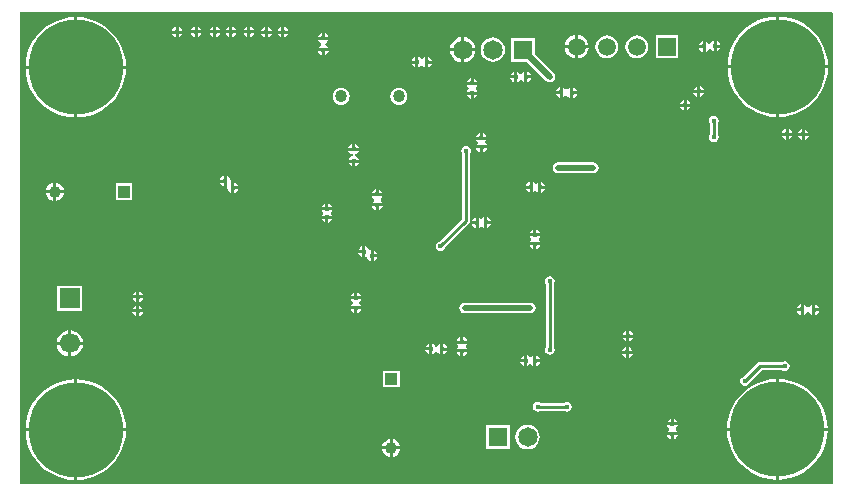
<source format=gbl>
G04*
G04 #@! TF.GenerationSoftware,Altium Limited,Altium Designer,18.0.7 (293)*
G04*
G04 Layer_Physical_Order=2*
G04 Layer_Color=16711680*
%FSLAX25Y25*%
%MOIN*%
G70*
G01*
G75*
%ADD70C,0.01000*%
%ADD72C,0.01968*%
%ADD76R,0.06496X0.06496*%
%ADD77C,0.06496*%
%ADD78C,0.03969*%
%ADD79R,0.03969X0.03969*%
%ADD80R,0.03969X0.03969*%
%ADD81C,0.05906*%
%ADD82R,0.05906X0.05906*%
%ADD83C,0.31496*%
%ADD84C,0.04055*%
%ADD85C,0.06693*%
%ADD86R,0.06693X0.06693*%
%ADD87C,0.01575*%
G36*
X270866Y157166D02*
Y39D01*
X0D01*
Y157480D01*
X270513Y157520D01*
X270866Y157166D01*
D02*
G37*
%LPC*%
G36*
X76681Y152550D02*
Y151327D01*
X77904D01*
X77865Y151524D01*
X77470Y152115D01*
X76878Y152510D01*
X76681Y152550D01*
D02*
G37*
G36*
X75681D02*
X75484Y152510D01*
X74892Y152115D01*
X74497Y151524D01*
X74458Y151327D01*
X75681D01*
Y152550D01*
D02*
G37*
G36*
X70697D02*
Y151327D01*
X71920D01*
X71881Y151524D01*
X71486Y152115D01*
X70894Y152510D01*
X70697Y152550D01*
D02*
G37*
G36*
X69697D02*
X69499Y152510D01*
X68908Y152115D01*
X68513Y151524D01*
X68474Y151327D01*
X69697D01*
Y152550D01*
D02*
G37*
G36*
X65303D02*
Y151327D01*
X66526D01*
X66487Y151524D01*
X66092Y152115D01*
X65501Y152510D01*
X65303Y152550D01*
D02*
G37*
G36*
X64303D02*
X64106Y152510D01*
X63515Y152115D01*
X63119Y151524D01*
X63080Y151327D01*
X64303D01*
Y152550D01*
D02*
G37*
G36*
X59083D02*
Y151327D01*
X60306D01*
X60266Y151524D01*
X59871Y152115D01*
X59280Y152510D01*
X59083Y152550D01*
D02*
G37*
G36*
X58083D02*
X57885Y152510D01*
X57294Y152115D01*
X56899Y151524D01*
X56860Y151327D01*
X58083D01*
Y152550D01*
D02*
G37*
G36*
X82547Y152471D02*
Y151248D01*
X83770D01*
X83731Y151445D01*
X83336Y152037D01*
X82745Y152432D01*
X82547Y152471D01*
D02*
G37*
G36*
X81547D02*
X81350Y152432D01*
X80759Y152037D01*
X80364Y151445D01*
X80324Y151248D01*
X81547D01*
Y152471D01*
D02*
G37*
G36*
X52744D02*
Y151248D01*
X53967D01*
X53928Y151445D01*
X53533Y152037D01*
X52942Y152432D01*
X52744Y152471D01*
D02*
G37*
G36*
X51744D02*
X51547Y152432D01*
X50955Y152037D01*
X50560Y151445D01*
X50521Y151248D01*
X51744D01*
Y152471D01*
D02*
G37*
G36*
X88059Y152432D02*
Y151209D01*
X89282D01*
X89243Y151406D01*
X88848Y151997D01*
X88257Y152392D01*
X88059Y152432D01*
D02*
G37*
G36*
X87059D02*
X86862Y152392D01*
X86270Y151997D01*
X85875Y151406D01*
X85836Y151209D01*
X87059D01*
Y152432D01*
D02*
G37*
G36*
X101524Y150463D02*
Y149240D01*
X102747D01*
X102707Y149438D01*
X102312Y150029D01*
X101721Y150424D01*
X101524Y150463D01*
D02*
G37*
G36*
X100524D02*
X100326Y150424D01*
X99735Y150029D01*
X99340Y149438D01*
X99301Y149240D01*
X100524D01*
Y150463D01*
D02*
G37*
G36*
X77904Y150327D02*
X76681D01*
Y149104D01*
X76878Y149143D01*
X77470Y149538D01*
X77865Y150129D01*
X77904Y150327D01*
D02*
G37*
G36*
X75681D02*
X74458D01*
X74497Y150129D01*
X74892Y149538D01*
X75484Y149143D01*
X75681Y149104D01*
Y150327D01*
D02*
G37*
G36*
X71920D02*
X70697D01*
Y149104D01*
X70894Y149143D01*
X71486Y149538D01*
X71881Y150129D01*
X71920Y150327D01*
D02*
G37*
G36*
X69697D02*
X68474D01*
X68513Y150129D01*
X68908Y149538D01*
X69499Y149143D01*
X69697Y149104D01*
Y150327D01*
D02*
G37*
G36*
X66526D02*
X65303D01*
Y149104D01*
X65501Y149143D01*
X66092Y149538D01*
X66487Y150129D01*
X66526Y150327D01*
D02*
G37*
G36*
X64303D02*
X63080D01*
X63119Y150129D01*
X63515Y149538D01*
X64106Y149143D01*
X64303Y149104D01*
Y150327D01*
D02*
G37*
G36*
X60306D02*
X59083D01*
Y149104D01*
X59280Y149143D01*
X59871Y149538D01*
X60266Y150129D01*
X60306Y150327D01*
D02*
G37*
G36*
X58083D02*
X56860D01*
X56899Y150129D01*
X57294Y149538D01*
X57885Y149143D01*
X58083Y149104D01*
Y150327D01*
D02*
G37*
G36*
X83770Y150248D02*
X82547D01*
Y149025D01*
X82745Y149064D01*
X83336Y149459D01*
X83731Y150051D01*
X83770Y150248D01*
D02*
G37*
G36*
X81547D02*
X80324D01*
X80364Y150051D01*
X80759Y149459D01*
X81350Y149064D01*
X81547Y149025D01*
Y150248D01*
D02*
G37*
G36*
X53967D02*
X52744D01*
Y149025D01*
X52942Y149064D01*
X53533Y149459D01*
X53928Y150051D01*
X53967Y150248D01*
D02*
G37*
G36*
X51744D02*
X50521D01*
X50560Y150051D01*
X50955Y149459D01*
X51547Y149064D01*
X51744Y149025D01*
Y150248D01*
D02*
G37*
G36*
X89282Y150209D02*
X88059D01*
Y148986D01*
X88257Y149025D01*
X88848Y149420D01*
X89243Y150011D01*
X89282Y150209D01*
D02*
G37*
G36*
X87059D02*
X85836D01*
X85875Y150011D01*
X86270Y149420D01*
X86862Y149025D01*
X87059Y148986D01*
Y150209D01*
D02*
G37*
G36*
X231153Y147747D02*
X230956Y147707D01*
X230365Y147312D01*
X230035Y146818D01*
X230029Y146816D01*
X229648Y146785D01*
X229479Y146818D01*
X229202Y147233D01*
X228611Y147629D01*
X228413Y147668D01*
Y145945D01*
Y144222D01*
X228611Y144261D01*
X229202Y144656D01*
X229532Y145150D01*
X229538Y145153D01*
X229919Y145184D01*
X230087Y145150D01*
X230365Y144735D01*
X230956Y144340D01*
X231153Y144301D01*
Y146024D01*
Y147747D01*
D02*
G37*
G36*
X232154D02*
Y146524D01*
X233377D01*
X233337Y146721D01*
X232942Y147312D01*
X232351Y147707D01*
X232154Y147747D01*
D02*
G37*
G36*
X227413Y147668D02*
X227216Y147629D01*
X226625Y147233D01*
X226230Y146642D01*
X226190Y146445D01*
X227413D01*
Y147668D01*
D02*
G37*
G36*
X185972Y149787D02*
Y146366D01*
X189393D01*
X189323Y146898D01*
X188925Y147860D01*
X188292Y148685D01*
X187466Y149319D01*
X186504Y149717D01*
X185972Y149787D01*
D02*
G37*
G36*
X184972D02*
X184441Y149717D01*
X183479Y149319D01*
X182653Y148685D01*
X182020Y147860D01*
X181621Y146898D01*
X181551Y146366D01*
X184972D01*
Y149787D01*
D02*
G37*
G36*
X102747Y148240D02*
X99301D01*
X99340Y148043D01*
X99735Y147451D01*
X100304Y147071D01*
X100326Y146920D01*
Y146702D01*
X100304Y146551D01*
X99735Y146170D01*
X99340Y145579D01*
X99301Y145382D01*
X102747D01*
X102707Y145579D01*
X102312Y146170D01*
X101743Y146551D01*
X101721Y146702D01*
Y146920D01*
X101743Y147071D01*
X102312Y147451D01*
X102707Y148043D01*
X102747Y148240D01*
D02*
G37*
G36*
X147980Y149101D02*
Y145382D01*
X151699D01*
X151619Y145991D01*
X151191Y147024D01*
X150510Y147912D01*
X149623Y148592D01*
X148589Y149021D01*
X147980Y149101D01*
D02*
G37*
G36*
X146980Y149101D02*
X146371Y149021D01*
X145338Y148592D01*
X144451Y147912D01*
X143770Y147024D01*
X143342Y145991D01*
X143261Y145382D01*
X146980D01*
Y149101D01*
D02*
G37*
G36*
X233377Y145524D02*
X232154D01*
Y144301D01*
X232351Y144340D01*
X232942Y144735D01*
X233337Y145326D01*
X233377Y145524D01*
D02*
G37*
G36*
X227413Y145445D02*
X226190D01*
X226230Y145247D01*
X226625Y144656D01*
X227216Y144261D01*
X227413Y144222D01*
Y145445D01*
D02*
G37*
G36*
X102747Y144382D02*
X101524D01*
Y143159D01*
X101721Y143198D01*
X102312Y143593D01*
X102707Y144185D01*
X102747Y144382D01*
D02*
G37*
G36*
X100524D02*
X99301D01*
X99340Y144185D01*
X99735Y143593D01*
X100326Y143198D01*
X100524Y143159D01*
Y144382D01*
D02*
G37*
G36*
X219213Y149606D02*
X211732D01*
Y142126D01*
X219213D01*
Y149606D01*
D02*
G37*
G36*
X205472Y149639D02*
X204496Y149510D01*
X203586Y149133D01*
X202805Y148534D01*
X202205Y147752D01*
X201829Y146843D01*
X201700Y145866D01*
X201829Y144890D01*
X202205Y143980D01*
X202805Y143199D01*
X203586Y142599D01*
X204496Y142222D01*
X205472Y142094D01*
X206449Y142222D01*
X207359Y142599D01*
X208140Y143199D01*
X208739Y143980D01*
X209116Y144890D01*
X209245Y145866D01*
X209116Y146843D01*
X208739Y147752D01*
X208140Y148534D01*
X207359Y149133D01*
X206449Y149510D01*
X205472Y149639D01*
D02*
G37*
G36*
X195472D02*
X194496Y149510D01*
X193586Y149133D01*
X192805Y148534D01*
X192205Y147752D01*
X191829Y146843D01*
X191700Y145866D01*
X191829Y144890D01*
X192205Y143980D01*
X192805Y143199D01*
X193586Y142599D01*
X194496Y142222D01*
X195472Y142094D01*
X196449Y142222D01*
X197359Y142599D01*
X198140Y143199D01*
X198740Y143980D01*
X199116Y144890D01*
X199245Y145866D01*
X199116Y146843D01*
X198740Y147752D01*
X198140Y148534D01*
X197359Y149133D01*
X196449Y149510D01*
X195472Y149639D01*
D02*
G37*
G36*
X189393Y145366D02*
X185972D01*
Y141945D01*
X186504Y142015D01*
X187466Y142413D01*
X188292Y143047D01*
X188925Y143873D01*
X189323Y144834D01*
X189393Y145366D01*
D02*
G37*
G36*
X184972D02*
X181551D01*
X181621Y144834D01*
X182020Y143873D01*
X182653Y143047D01*
X183479Y142413D01*
X184441Y142015D01*
X184972Y141945D01*
Y145366D01*
D02*
G37*
G36*
X131705Y142432D02*
X131507Y142392D01*
X130916Y141997D01*
X130521Y141406D01*
X130482Y141209D01*
X131705D01*
Y142432D01*
D02*
G37*
G36*
X135894Y142392D02*
Y141169D01*
X137117D01*
X137077Y141367D01*
X136682Y141958D01*
X136091Y142353D01*
X135894Y142392D01*
D02*
G37*
G36*
X157480Y148952D02*
X156427Y148813D01*
X155445Y148407D01*
X154602Y147760D01*
X153955Y146917D01*
X153549Y145935D01*
X153410Y144882D01*
X153549Y143828D01*
X153955Y142847D01*
X154602Y142004D01*
X155445Y141357D01*
X156427Y140950D01*
X157480Y140812D01*
X158534Y140950D01*
X159515Y141357D01*
X160358Y142004D01*
X161005Y142847D01*
X161412Y143828D01*
X161551Y144882D01*
X161412Y145935D01*
X161005Y146917D01*
X160358Y147760D01*
X159515Y148407D01*
X158534Y148813D01*
X157480Y148952D01*
D02*
G37*
G36*
X151699Y144382D02*
X147980D01*
Y140663D01*
X148589Y140743D01*
X149623Y141171D01*
X150510Y141852D01*
X151191Y142739D01*
X151619Y143773D01*
X151699Y144382D01*
D02*
G37*
G36*
X146980D02*
X143261D01*
X143342Y143773D01*
X143770Y142739D01*
X144451Y141852D01*
X145338Y141171D01*
X146371Y140743D01*
X146980Y140663D01*
Y144382D01*
D02*
G37*
G36*
X252980Y155924D02*
Y139673D01*
X269232D01*
X269121Y141364D01*
X268692Y143517D01*
X267987Y145596D01*
X267016Y147565D01*
X265796Y149391D01*
X264348Y151041D01*
X262698Y152489D01*
X260872Y153709D01*
X258903Y154680D01*
X256824Y155385D01*
X254671Y155814D01*
X252980Y155924D01*
D02*
G37*
G36*
X251980D02*
X250290Y155814D01*
X248136Y155385D01*
X246057Y154680D01*
X244088Y153709D01*
X242263Y152489D01*
X240612Y151041D01*
X239165Y149391D01*
X237945Y147565D01*
X236974Y145596D01*
X236268Y143517D01*
X235840Y141364D01*
X235729Y139673D01*
X251980D01*
Y155924D01*
D02*
G37*
G36*
X19000Y155771D02*
Y139520D01*
X35251D01*
X35140Y141210D01*
X34712Y143364D01*
X34006Y145443D01*
X33035Y147412D01*
X31816Y149237D01*
X30368Y150888D01*
X28717Y152335D01*
X26892Y153555D01*
X24923Y154526D01*
X22844Y155232D01*
X20691Y155660D01*
X19000Y155771D01*
D02*
G37*
G36*
X18000D02*
X16309Y155660D01*
X14156Y155232D01*
X12077Y154526D01*
X10108Y153555D01*
X8283Y152335D01*
X6632Y150888D01*
X5184Y149237D01*
X3965Y147412D01*
X2994Y145443D01*
X2288Y143364D01*
X1860Y141210D01*
X1749Y139520D01*
X18000D01*
Y155771D01*
D02*
G37*
G36*
X131705Y140209D02*
X130482D01*
X130521Y140011D01*
X130916Y139420D01*
X131507Y139025D01*
X131705Y138986D01*
Y140209D01*
D02*
G37*
G36*
X137117Y140169D02*
X135894D01*
Y138946D01*
X136091Y138986D01*
X136682Y139381D01*
X137077Y139972D01*
X137117Y140169D01*
D02*
G37*
G36*
X132705Y142432D02*
Y140709D01*
Y138986D01*
X132902Y139025D01*
X133493Y139420D01*
X133536Y139484D01*
X134036D01*
X134105Y139381D01*
X134696Y138986D01*
X134894Y138946D01*
Y140669D01*
Y142392D01*
X134696Y142353D01*
X134105Y141958D01*
X134062Y141894D01*
X133562D01*
X133493Y141997D01*
X132902Y142392D01*
X132705Y142432D01*
D02*
G37*
G36*
X167965Y137510D02*
X167767Y137471D01*
X167176Y137076D01*
X167072Y136921D01*
X166471D01*
X166367Y137076D01*
X165776Y137471D01*
X165579Y137510D01*
Y135787D01*
Y134064D01*
X165776Y134104D01*
X166367Y134499D01*
X166471Y134654D01*
X167072D01*
X167176Y134499D01*
X167767Y134104D01*
X167965Y134064D01*
Y135787D01*
Y137510D01*
D02*
G37*
G36*
X168965D02*
Y136287D01*
X170187D01*
X170148Y136485D01*
X169753Y137076D01*
X169162Y137471D01*
X168965Y137510D01*
D02*
G37*
G36*
X164579D02*
X164381Y137471D01*
X163790Y137076D01*
X163395Y136485D01*
X163356Y136287D01*
X164579D01*
Y137510D01*
D02*
G37*
G36*
X151169Y135345D02*
Y134122D01*
X152392D01*
X152353Y134319D01*
X151958Y134911D01*
X151367Y135306D01*
X151169Y135345D01*
D02*
G37*
G36*
X150169D02*
X149972Y135306D01*
X149381Y134911D01*
X148986Y134319D01*
X148946Y134122D01*
X150169D01*
Y135345D01*
D02*
G37*
G36*
X170187Y135287D02*
X168965D01*
Y134064D01*
X169162Y134104D01*
X169753Y134499D01*
X170148Y135090D01*
X170187Y135287D01*
D02*
G37*
G36*
X164579D02*
X163356D01*
X163395Y135090D01*
X163790Y134499D01*
X164381Y134104D01*
X164579Y134064D01*
Y135287D01*
D02*
G37*
G36*
X171516Y148917D02*
X163445D01*
Y140847D01*
X168961D01*
X175258Y134549D01*
X175844Y134158D01*
X176535Y134020D01*
X177227Y134158D01*
X177813Y134549D01*
X178204Y135135D01*
X178342Y135827D01*
X178204Y136518D01*
X177813Y137104D01*
X171516Y143401D01*
Y148917D01*
D02*
G37*
G36*
X226602Y132668D02*
Y131445D01*
X227825D01*
X227786Y131642D01*
X227391Y132234D01*
X226800Y132629D01*
X226602Y132668D01*
D02*
G37*
G36*
X225602D02*
X225405Y132629D01*
X224814Y132234D01*
X224419Y131642D01*
X224379Y131445D01*
X225602D01*
Y132668D01*
D02*
G37*
G36*
X179854Y132353D02*
X179657Y132314D01*
X179066Y131919D01*
X178671Y131327D01*
X178631Y131130D01*
X179854D01*
Y132353D01*
D02*
G37*
G36*
X184358Y132274D02*
Y131051D01*
X185581D01*
X185542Y131249D01*
X185147Y131840D01*
X184556Y132235D01*
X184358Y132274D01*
D02*
G37*
G36*
X152392Y133122D02*
X148946D01*
X148986Y132925D01*
X149381Y132333D01*
X149553Y132219D01*
Y131719D01*
X149381Y131604D01*
X148986Y131012D01*
X148946Y130815D01*
X152392D01*
X152353Y131012D01*
X151958Y131604D01*
X151786Y131719D01*
Y132219D01*
X151958Y132333D01*
X152353Y132925D01*
X152392Y133122D01*
D02*
G37*
G36*
X227825Y130445D02*
X226602D01*
Y129222D01*
X226800Y129261D01*
X227391Y129656D01*
X227786Y130247D01*
X227825Y130445D01*
D02*
G37*
G36*
X225602D02*
X224379D01*
X224419Y130247D01*
X224814Y129656D01*
X225405Y129261D01*
X225602Y129222D01*
Y130445D01*
D02*
G37*
G36*
X179854Y130130D02*
X178631D01*
X178671Y129932D01*
X179066Y129341D01*
X179657Y128946D01*
X179854Y128907D01*
Y130130D01*
D02*
G37*
G36*
X185581Y130051D02*
X184358D01*
Y128828D01*
X184556Y128867D01*
X185147Y129262D01*
X185542Y129854D01*
X185581Y130051D01*
D02*
G37*
G36*
X180854Y132353D02*
Y130630D01*
Y128907D01*
X181052Y128946D01*
X181643Y129341D01*
X181779Y129545D01*
X182381D01*
X182570Y129262D01*
X183161Y128867D01*
X183358Y128828D01*
Y130551D01*
Y132274D01*
X183161Y132235D01*
X182570Y131840D01*
X182433Y131636D01*
X181832D01*
X181643Y131919D01*
X181052Y132314D01*
X180854Y132353D01*
D02*
G37*
G36*
X152392Y129815D02*
X151169D01*
Y128592D01*
X151367Y128631D01*
X151958Y129026D01*
X152353Y129618D01*
X152392Y129815D01*
D02*
G37*
G36*
X150169D02*
X148946D01*
X148986Y129618D01*
X149381Y129026D01*
X149972Y128631D01*
X150169Y128592D01*
Y129815D01*
D02*
G37*
G36*
X222193Y128062D02*
Y126839D01*
X223416D01*
X223377Y127036D01*
X222982Y127627D01*
X222390Y128022D01*
X222193Y128062D01*
D02*
G37*
G36*
X221193D02*
X220995Y128022D01*
X220404Y127627D01*
X220009Y127036D01*
X219970Y126839D01*
X221193D01*
Y128062D01*
D02*
G37*
G36*
X126181Y132170D02*
X125446Y132073D01*
X124761Y131790D01*
X124173Y131338D01*
X123722Y130750D01*
X123439Y130066D01*
X123342Y129331D01*
X123439Y128596D01*
X123722Y127911D01*
X124173Y127323D01*
X124761Y126872D01*
X125446Y126588D01*
X126181Y126491D01*
X126916Y126588D01*
X127601Y126872D01*
X128189Y127323D01*
X128640Y127911D01*
X128924Y128596D01*
X129020Y129331D01*
X128924Y130066D01*
X128640Y130750D01*
X128189Y131338D01*
X127601Y131790D01*
X126916Y132073D01*
X126181Y132170D01*
D02*
G37*
G36*
X106968D02*
X106234Y132073D01*
X105549Y131790D01*
X104961Y131338D01*
X104510Y130750D01*
X104226Y130066D01*
X104129Y129331D01*
X104226Y128596D01*
X104510Y127911D01*
X104961Y127323D01*
X105549Y126872D01*
X106234Y126588D01*
X106968Y126491D01*
X107703Y126588D01*
X108388Y126872D01*
X108976Y127323D01*
X109427Y127911D01*
X109711Y128596D01*
X109808Y129331D01*
X109711Y130066D01*
X109427Y130750D01*
X108976Y131338D01*
X108388Y131790D01*
X107703Y132073D01*
X106968Y132170D01*
D02*
G37*
G36*
X223416Y125839D02*
X222193D01*
Y124616D01*
X222390Y124655D01*
X222982Y125050D01*
X223377Y125641D01*
X223416Y125839D01*
D02*
G37*
G36*
X221193D02*
X219970D01*
X220009Y125641D01*
X220404Y125050D01*
X220995Y124655D01*
X221193Y124616D01*
Y125839D01*
D02*
G37*
G36*
X269232Y138673D02*
X252980D01*
Y122422D01*
X254671Y122533D01*
X256824Y122961D01*
X258903Y123667D01*
X260872Y124638D01*
X262698Y125858D01*
X264348Y127305D01*
X265796Y128956D01*
X267016Y130781D01*
X267987Y132750D01*
X268692Y134829D01*
X269121Y136983D01*
X269232Y138673D01*
D02*
G37*
G36*
X251980D02*
X235729D01*
X235840Y136983D01*
X236268Y134829D01*
X236974Y132750D01*
X237945Y130781D01*
X239165Y128956D01*
X240612Y127305D01*
X242263Y125858D01*
X244088Y124638D01*
X246057Y123667D01*
X248136Y122961D01*
X250290Y122533D01*
X251980Y122422D01*
Y138673D01*
D02*
G37*
G36*
X35251Y138520D02*
X19000D01*
Y122268D01*
X20691Y122379D01*
X22844Y122808D01*
X24923Y123513D01*
X26892Y124484D01*
X28717Y125704D01*
X30368Y127152D01*
X31816Y128802D01*
X33035Y130628D01*
X34006Y132597D01*
X34712Y134676D01*
X35140Y136829D01*
X35251Y138520D01*
D02*
G37*
G36*
X18000D02*
X1749D01*
X1860Y136829D01*
X2288Y134676D01*
X2994Y132597D01*
X3965Y130628D01*
X5184Y128802D01*
X6632Y127152D01*
X8283Y125704D01*
X10108Y124484D01*
X12077Y123513D01*
X14156Y122808D01*
X16309Y122379D01*
X18000Y122268D01*
Y138520D01*
D02*
G37*
G36*
X256169Y118377D02*
Y117154D01*
X257392D01*
X257353Y117351D01*
X256958Y117942D01*
X256367Y118337D01*
X256169Y118377D01*
D02*
G37*
G36*
X255169D02*
X254972Y118337D01*
X254381Y117942D01*
X253986Y117351D01*
X253946Y117154D01*
X255169D01*
Y118377D01*
D02*
G37*
G36*
X261524Y118337D02*
Y117114D01*
X262747D01*
X262707Y117312D01*
X262312Y117903D01*
X261721Y118298D01*
X261524Y118337D01*
D02*
G37*
G36*
X260524D02*
X260326Y118298D01*
X259735Y117903D01*
X259340Y117312D01*
X259301Y117114D01*
X260524D01*
Y118337D01*
D02*
G37*
G36*
X154201Y117117D02*
Y115894D01*
X155424D01*
X155385Y116091D01*
X154989Y116682D01*
X154398Y117077D01*
X154201Y117117D01*
D02*
G37*
G36*
X153201D02*
X153003Y117077D01*
X152412Y116682D01*
X152017Y116091D01*
X151978Y115894D01*
X153201D01*
Y117117D01*
D02*
G37*
G36*
X257392Y116154D02*
X256169D01*
Y114931D01*
X256367Y114970D01*
X256958Y115365D01*
X257353Y115956D01*
X257392Y116154D01*
D02*
G37*
G36*
X255169D02*
X253946D01*
X253986Y115956D01*
X254381Y115365D01*
X254972Y114970D01*
X255169Y114931D01*
Y116154D01*
D02*
G37*
G36*
X262747Y116114D02*
X261524D01*
Y114891D01*
X261721Y114930D01*
X262312Y115325D01*
X262707Y115917D01*
X262747Y116114D01*
D02*
G37*
G36*
X260524D02*
X259301D01*
X259340Y115917D01*
X259735Y115325D01*
X260326Y114930D01*
X260524Y114891D01*
Y116114D01*
D02*
G37*
G36*
X231181Y122787D02*
X230567Y122664D01*
X230046Y122317D01*
X229698Y121796D01*
X229575Y121181D01*
X229698Y120567D01*
X229869Y120311D01*
Y116579D01*
X229698Y116323D01*
X229575Y115709D01*
X229698Y115094D01*
X230046Y114573D01*
X230567Y114225D01*
X231181Y114103D01*
X231796Y114225D01*
X232316Y114573D01*
X232664Y115094D01*
X232787Y115709D01*
X232664Y116323D01*
X232494Y116579D01*
Y120311D01*
X232664Y120567D01*
X232787Y121181D01*
X232664Y121796D01*
X232316Y122317D01*
X231796Y122664D01*
X231181Y122787D01*
D02*
G37*
G36*
X155424Y114894D02*
X151978D01*
X152017Y114696D01*
X152302Y114270D01*
X152452Y113769D01*
X152057Y113178D01*
X152017Y112980D01*
X155463D01*
X155424Y113178D01*
X155139Y113604D01*
X154989Y114105D01*
X155385Y114696D01*
X155424Y114894D01*
D02*
G37*
G36*
X111563Y113416D02*
Y112193D01*
X112786D01*
X112747Y112390D01*
X112352Y112982D01*
X111760Y113377D01*
X111563Y113416D01*
D02*
G37*
G36*
X110563D02*
X110366Y113377D01*
X109774Y112982D01*
X109379Y112390D01*
X109340Y112193D01*
X110563D01*
Y113416D01*
D02*
G37*
G36*
X155463Y111980D02*
X154240D01*
Y110757D01*
X154438Y110797D01*
X155029Y111192D01*
X155424Y111783D01*
X155463Y111980D01*
D02*
G37*
G36*
X153240D02*
X152017D01*
X152057Y111783D01*
X152452Y111192D01*
X153043Y110797D01*
X153240Y110757D01*
Y111980D01*
D02*
G37*
G36*
X112786Y111193D02*
X109340D01*
X109379Y110995D01*
X109774Y110404D01*
X110366Y110009D01*
X110733Y109936D01*
Y109426D01*
X110405Y109361D01*
X109814Y108966D01*
X109419Y108375D01*
X109379Y108177D01*
X112825D01*
X112786Y108375D01*
X112391Y108966D01*
X111800Y109361D01*
X111432Y109434D01*
Y109944D01*
X111760Y110009D01*
X112352Y110404D01*
X112747Y110995D01*
X112786Y111193D01*
D02*
G37*
G36*
X112825Y107177D02*
X111602D01*
Y105954D01*
X111800Y105993D01*
X112391Y106388D01*
X112786Y106980D01*
X112825Y107177D01*
D02*
G37*
G36*
X110602D02*
X109379D01*
X109419Y106980D01*
X109814Y106388D01*
X110405Y105993D01*
X110602Y105954D01*
Y107177D01*
D02*
G37*
G36*
X190984Y107397D02*
X179291D01*
X178600Y107259D01*
X178014Y106868D01*
X177622Y106282D01*
X177485Y105591D01*
X177622Y104899D01*
X178014Y104313D01*
X178600Y103922D01*
X179291Y103784D01*
X190984D01*
X191675Y103922D01*
X192262Y104313D01*
X192653Y104899D01*
X192791Y105591D01*
X192653Y106282D01*
X192262Y106868D01*
X191675Y107259D01*
X190984Y107397D01*
D02*
G37*
G36*
X67768Y102747D02*
X67570Y102707D01*
X66979Y102312D01*
X66584Y101721D01*
X66545Y101524D01*
X67768D01*
Y102747D01*
D02*
G37*
G36*
X169776Y100739D02*
X169578Y100699D01*
X168987Y100304D01*
X168592Y99713D01*
X168553Y99516D01*
X169776D01*
Y100739D01*
D02*
G37*
G36*
X173689Y100699D02*
Y99476D01*
X174912D01*
X174873Y99674D01*
X174478Y100265D01*
X173886Y100660D01*
X173689Y100699D01*
D02*
G37*
G36*
X71366Y100581D02*
Y99358D01*
X72589D01*
X72550Y99556D01*
X72155Y100147D01*
X71564Y100542D01*
X71366Y100581D01*
D02*
G37*
G36*
X67768Y100524D02*
X66545D01*
X66584Y100326D01*
X66979Y99735D01*
X67570Y99340D01*
X67768Y99301D01*
Y100524D01*
D02*
G37*
G36*
X12000Y100464D02*
Y98020D01*
X14444D01*
X14407Y98299D01*
X14107Y99025D01*
X13628Y99648D01*
X13005Y100126D01*
X12279Y100427D01*
X12000Y100464D01*
D02*
G37*
G36*
X11000D02*
X10721Y100427D01*
X9995Y100126D01*
X9372Y99648D01*
X8893Y99025D01*
X8593Y98299D01*
X8556Y98020D01*
X11000D01*
Y100464D01*
D02*
G37*
G36*
X169776Y98516D02*
X168553D01*
X168592Y98318D01*
X168987Y97727D01*
X169578Y97332D01*
X169776Y97293D01*
Y98516D01*
D02*
G37*
G36*
X174912Y98476D02*
X173689D01*
Y97253D01*
X173886Y97293D01*
X174478Y97688D01*
X174873Y98279D01*
X174912Y98476D01*
D02*
G37*
G36*
X170776Y100739D02*
Y99016D01*
Y97293D01*
X170973Y97332D01*
X171564Y97727D01*
X172065Y97577D01*
X172492Y97293D01*
X172689Y97253D01*
Y98976D01*
Y100699D01*
X172492Y100660D01*
X171900Y100265D01*
X171399Y100415D01*
X170973Y100699D01*
X170776Y100739D01*
D02*
G37*
G36*
X72589Y98358D02*
X71366D01*
Y97135D01*
X71564Y97175D01*
X72155Y97570D01*
X72550Y98161D01*
X72589Y98358D01*
D02*
G37*
G36*
X68768Y102747D02*
Y101024D01*
Y99124D01*
X69044Y98858D01*
X69182Y98161D01*
X69577Y97570D01*
X70169Y97175D01*
X70366Y97135D01*
Y98858D01*
Y100758D01*
X70090Y101024D01*
X69951Y101721D01*
X69556Y102312D01*
X68965Y102707D01*
X68768Y102747D01*
D02*
G37*
G36*
X119476Y98337D02*
Y97114D01*
X120699D01*
X120660Y97312D01*
X120265Y97903D01*
X119674Y98298D01*
X119476Y98337D01*
D02*
G37*
G36*
X118476D02*
X118279Y98298D01*
X117688Y97903D01*
X117293Y97312D01*
X117253Y97114D01*
X118476D01*
Y98337D01*
D02*
G37*
G36*
X37272Y100291D02*
X31728D01*
Y94748D01*
X37272D01*
Y100291D01*
D02*
G37*
G36*
X14444Y97020D02*
X12000D01*
Y94576D01*
X12279Y94612D01*
X13005Y94913D01*
X13628Y95391D01*
X14107Y96015D01*
X14407Y96741D01*
X14444Y97020D01*
D02*
G37*
G36*
X11000D02*
X8556D01*
X8593Y96741D01*
X8893Y96015D01*
X9372Y95391D01*
X9995Y94913D01*
X10721Y94612D01*
X11000Y94576D01*
Y97020D01*
D02*
G37*
G36*
X120699Y96114D02*
X117253D01*
X117293Y95917D01*
X117688Y95325D01*
X117921Y95169D01*
Y94568D01*
X117727Y94438D01*
X117332Y93847D01*
X117293Y93650D01*
X120739D01*
X120700Y93847D01*
X120304Y94438D01*
X120071Y94594D01*
Y95196D01*
X120265Y95325D01*
X120660Y95917D01*
X120699Y96114D01*
D02*
G37*
G36*
X102705Y93534D02*
Y92311D01*
X103928D01*
X103888Y92508D01*
X103493Y93100D01*
X102902Y93495D01*
X102705Y93534D01*
D02*
G37*
G36*
X101705D02*
X101507Y93495D01*
X100916Y93100D01*
X100521Y92508D01*
X100482Y92311D01*
X101705D01*
Y93534D01*
D02*
G37*
G36*
X120739Y92650D02*
X119516D01*
Y91427D01*
X119713Y91466D01*
X120304Y91861D01*
X120700Y92452D01*
X120739Y92650D01*
D02*
G37*
G36*
X118516D02*
X117293D01*
X117332Y92452D01*
X117727Y91861D01*
X118318Y91466D01*
X118516Y91427D01*
Y92650D01*
D02*
G37*
G36*
X103928Y91311D02*
X100482D01*
X100521Y91114D01*
X100916Y90522D01*
Y90265D01*
X100521Y89674D01*
X100482Y89476D01*
X103928D01*
X103888Y89674D01*
X103493Y90265D01*
Y90522D01*
X103888Y91114D01*
X103928Y91311D01*
D02*
G37*
G36*
X154579Y89006D02*
X154381Y88967D01*
X154010Y88719D01*
X153533Y88533D01*
X152942Y88928D01*
X152744Y88967D01*
Y87244D01*
Y85521D01*
X152942Y85560D01*
X153313Y85809D01*
X153790Y85995D01*
X154381Y85600D01*
X154579Y85561D01*
Y87283D01*
Y89006D01*
D02*
G37*
G36*
X155579D02*
Y87783D01*
X156802D01*
X156762Y87981D01*
X156367Y88572D01*
X155776Y88967D01*
X155579Y89006D01*
D02*
G37*
G36*
X151744Y88967D02*
X151547Y88928D01*
X150955Y88533D01*
X150560Y87941D01*
X150521Y87744D01*
X151744D01*
Y88967D01*
D02*
G37*
G36*
X103928Y88476D02*
X102705D01*
Y87253D01*
X102902Y87293D01*
X103493Y87688D01*
X103888Y88279D01*
X103928Y88476D01*
D02*
G37*
G36*
X101705D02*
X100482D01*
X100521Y88279D01*
X100916Y87688D01*
X101507Y87293D01*
X101705Y87253D01*
Y88476D01*
D02*
G37*
G36*
X156802Y86783D02*
X155579D01*
Y85561D01*
X155776Y85600D01*
X156367Y85995D01*
X156762Y86586D01*
X156802Y86783D01*
D02*
G37*
G36*
X151744Y86744D02*
X150521D01*
X150560Y86547D01*
X150955Y85955D01*
X151547Y85560D01*
X151744Y85521D01*
Y86744D01*
D02*
G37*
G36*
X171957Y84833D02*
Y83610D01*
X173180D01*
X173140Y83808D01*
X172745Y84399D01*
X172154Y84794D01*
X171957Y84833D01*
D02*
G37*
G36*
X170957D02*
X170759Y84794D01*
X170168Y84399D01*
X169773Y83808D01*
X169734Y83610D01*
X170957D01*
Y84833D01*
D02*
G37*
G36*
X173180Y82610D02*
X169734D01*
X169773Y82413D01*
X170076Y81960D01*
X170207Y81446D01*
X169812Y80855D01*
X169773Y80658D01*
X173219D01*
X173180Y80855D01*
X172877Y81308D01*
X172745Y81822D01*
X173140Y82413D01*
X173180Y82610D01*
D02*
G37*
G36*
X173219Y79658D02*
X171996D01*
Y78434D01*
X172194Y78474D01*
X172785Y78869D01*
X173180Y79460D01*
X173219Y79658D01*
D02*
G37*
G36*
X170996D02*
X169773D01*
X169812Y79460D01*
X170207Y78869D01*
X170799Y78474D01*
X170996Y78434D01*
Y79658D01*
D02*
G37*
G36*
X113909Y79321D02*
X113712Y79282D01*
X113121Y78887D01*
X112726Y78296D01*
X112687Y78098D01*
X113909D01*
Y79321D01*
D02*
G37*
G36*
X148583Y112865D02*
X147968Y112743D01*
X147447Y112395D01*
X147099Y111874D01*
X146977Y111260D01*
X147099Y110645D01*
X147270Y110390D01*
Y88418D01*
X139726Y80874D01*
X139425Y80814D01*
X138904Y80466D01*
X138556Y79945D01*
X138434Y79331D01*
X138556Y78716D01*
X138904Y78195D01*
X139425Y77847D01*
X140039Y77725D01*
X140654Y77847D01*
X141175Y78195D01*
X141523Y78716D01*
X141583Y79018D01*
X149511Y86946D01*
X149795Y87372D01*
X149895Y87874D01*
Y110390D01*
X150066Y110645D01*
X150188Y111260D01*
X150066Y111874D01*
X149718Y112395D01*
X149197Y112743D01*
X148583Y112865D01*
D02*
G37*
G36*
X117744Y77983D02*
Y76760D01*
X118967D01*
X118928Y76957D01*
X118533Y77548D01*
X117941Y77943D01*
X117744Y77983D01*
D02*
G37*
G36*
X113909Y77098D02*
X112687D01*
X112726Y76901D01*
X113121Y76310D01*
X113712Y75915D01*
X113909Y75876D01*
Y77098D01*
D02*
G37*
G36*
X118967Y75760D02*
X117744D01*
Y74537D01*
X117941Y74576D01*
X118533Y74971D01*
X118928Y75562D01*
X118967Y75760D01*
D02*
G37*
G36*
X114909Y79321D02*
Y77598D01*
Y75876D01*
X115087Y75911D01*
X115534Y75695D01*
X115560Y75562D01*
X115955Y74971D01*
X116547Y74576D01*
X116744Y74537D01*
Y76260D01*
Y77983D01*
X116566Y77947D01*
X116120Y78164D01*
X116093Y78296D01*
X115698Y78887D01*
X115107Y79282D01*
X114909Y79321D01*
D02*
G37*
G36*
X39673Y64164D02*
Y62941D01*
X40896D01*
X40857Y63138D01*
X40462Y63730D01*
X39871Y64125D01*
X39673Y64164D01*
D02*
G37*
G36*
X38673D02*
X38476Y64125D01*
X37885Y63730D01*
X37490Y63138D01*
X37450Y62941D01*
X38673D01*
Y64164D01*
D02*
G37*
G36*
X112390Y63967D02*
Y62744D01*
X113613D01*
X113574Y62941D01*
X113178Y63533D01*
X112587Y63928D01*
X112390Y63967D01*
D02*
G37*
G36*
X111390D02*
X111192Y63928D01*
X110601Y63533D01*
X110206Y62941D01*
X110167Y62744D01*
X111390D01*
Y63967D01*
D02*
G37*
G36*
X40896Y61941D02*
X39673D01*
Y60718D01*
X39871Y60757D01*
X40462Y61152D01*
X40857Y61743D01*
X40896Y61941D01*
D02*
G37*
G36*
X38673D02*
X37450D01*
X37490Y61743D01*
X37885Y61152D01*
X38476Y60757D01*
X38673Y60718D01*
Y61941D01*
D02*
G37*
G36*
X113613Y61744D02*
X110167D01*
X110206Y61547D01*
X110601Y60955D01*
X110766Y60845D01*
Y60244D01*
X110562Y60108D01*
X110167Y59516D01*
X110127Y59319D01*
X113573D01*
X113534Y59516D01*
X113139Y60108D01*
X112974Y60218D01*
Y60819D01*
X113178Y60955D01*
X113574Y61547D01*
X113613Y61744D01*
D02*
G37*
G36*
X260130Y59991D02*
X259932Y59951D01*
X259341Y59556D01*
X258946Y58965D01*
X258907Y58768D01*
X260130D01*
Y59991D01*
D02*
G37*
G36*
X264988Y59951D02*
Y58728D01*
X266211D01*
X266172Y58926D01*
X265777Y59517D01*
X265186Y59912D01*
X264988Y59951D01*
D02*
G37*
G36*
X39595Y59597D02*
Y58374D01*
X40817D01*
X40778Y58571D01*
X40383Y59163D01*
X39792Y59558D01*
X39595Y59597D01*
D02*
G37*
G36*
X38594D02*
X38397Y59558D01*
X37806Y59163D01*
X37411Y58571D01*
X37372Y58374D01*
X38594D01*
Y59597D01*
D02*
G37*
G36*
X20634Y66154D02*
X12366D01*
Y57886D01*
X20634D01*
Y66154D01*
D02*
G37*
G36*
X113573Y58319D02*
X112350D01*
Y57096D01*
X112548Y57135D01*
X113139Y57530D01*
X113534Y58122D01*
X113573Y58319D01*
D02*
G37*
G36*
X111350D02*
X110127D01*
X110167Y58122D01*
X110562Y57530D01*
X111153Y57135D01*
X111350Y57096D01*
Y58319D01*
D02*
G37*
G36*
X170000Y60546D02*
X148071D01*
X147380Y60409D01*
X146794Y60017D01*
X146402Y59431D01*
X146265Y58740D01*
X146402Y58049D01*
X146794Y57463D01*
X147380Y57071D01*
X148071Y56934D01*
X170000D01*
X170691Y57071D01*
X171277Y57463D01*
X171669Y58049D01*
X171806Y58740D01*
X171669Y59431D01*
X171277Y60017D01*
X170691Y60409D01*
X170000Y60546D01*
D02*
G37*
G36*
X260130Y57768D02*
X258907D01*
X258946Y57570D01*
X259341Y56979D01*
X259932Y56584D01*
X260130Y56545D01*
Y57768D01*
D02*
G37*
G36*
X266211Y57728D02*
X264988D01*
Y56505D01*
X265186Y56545D01*
X265777Y56940D01*
X266172Y57531D01*
X266211Y57728D01*
D02*
G37*
G36*
X261130Y59991D02*
Y58268D01*
Y56545D01*
X261327Y56584D01*
X261919Y56979D01*
X262293Y57539D01*
X262453Y57559D01*
X262673Y57541D01*
X262813Y57518D01*
X263199Y56940D01*
X263791Y56545D01*
X263988Y56505D01*
Y58228D01*
Y59951D01*
X263791Y59912D01*
X263199Y59517D01*
X262825Y58957D01*
X262665Y58937D01*
X262444Y58955D01*
X262305Y58978D01*
X261919Y59556D01*
X261327Y59951D01*
X261130Y59991D01*
D02*
G37*
G36*
X40817Y57374D02*
X39595D01*
Y56151D01*
X39792Y56190D01*
X40383Y56585D01*
X40778Y57177D01*
X40817Y57374D01*
D02*
G37*
G36*
X38594D02*
X37372D01*
X37411Y57177D01*
X37806Y56585D01*
X38397Y56190D01*
X38594Y56151D01*
Y57374D01*
D02*
G37*
G36*
X202941Y51054D02*
Y49831D01*
X204164D01*
X204125Y50028D01*
X203730Y50619D01*
X203138Y51014D01*
X202941Y51054D01*
D02*
G37*
G36*
X201941D02*
X201744Y51014D01*
X201152Y50619D01*
X200757Y50028D01*
X200718Y49831D01*
X201941D01*
Y51054D01*
D02*
G37*
G36*
X147626Y49046D02*
Y47823D01*
X148849D01*
X148810Y48020D01*
X148415Y48612D01*
X147823Y49007D01*
X147626Y49046D01*
D02*
G37*
G36*
X146626D02*
X146429Y49007D01*
X145837Y48612D01*
X145442Y48020D01*
X145403Y47823D01*
X146626D01*
Y49046D01*
D02*
G37*
G36*
X204164Y48831D02*
X202941D01*
Y47608D01*
X203138Y47647D01*
X203730Y48042D01*
X204125Y48633D01*
X204164Y48831D01*
D02*
G37*
G36*
X201941D02*
X200718D01*
X200757Y48633D01*
X201152Y48042D01*
X201744Y47647D01*
X201941Y47608D01*
Y48831D01*
D02*
G37*
G36*
X17000Y51338D02*
Y47520D01*
X20818D01*
X20735Y48154D01*
X20297Y49212D01*
X19600Y50120D01*
X18692Y50816D01*
X17635Y51254D01*
X17000Y51338D01*
D02*
G37*
G36*
X16000D02*
X15365Y51254D01*
X14308Y50816D01*
X13400Y50120D01*
X12703Y49212D01*
X12265Y48154D01*
X12182Y47520D01*
X16000D01*
Y51338D01*
D02*
G37*
G36*
X136272Y46841D02*
X136074Y46802D01*
X135483Y46407D01*
X135088Y45816D01*
X135049Y45618D01*
X136272D01*
Y46841D01*
D02*
G37*
G36*
X141012Y46802D02*
Y45579D01*
X142235D01*
X142195Y45776D01*
X141800Y46367D01*
X141209Y46762D01*
X141012Y46802D01*
D02*
G37*
G36*
X148849Y46823D02*
X145403D01*
X145442Y46625D01*
X145837Y46034D01*
Y45816D01*
X145442Y45225D01*
X145403Y45028D01*
X148849D01*
X148810Y45225D01*
X148415Y45816D01*
Y46034D01*
X148810Y46625D01*
X148849Y46823D01*
D02*
G37*
G36*
X202862Y45660D02*
Y44437D01*
X204085D01*
X204046Y44634D01*
X203651Y45226D01*
X203060Y45621D01*
X202862Y45660D01*
D02*
G37*
G36*
X201862D02*
X201665Y45621D01*
X201074Y45226D01*
X200678Y44634D01*
X200639Y44437D01*
X201862D01*
Y45660D01*
D02*
G37*
G36*
X136272Y44618D02*
X135049D01*
X135088Y44421D01*
X135483Y43830D01*
X136074Y43434D01*
X136272Y43395D01*
Y44618D01*
D02*
G37*
G36*
X142235Y44579D02*
X141012D01*
Y43356D01*
X141209Y43395D01*
X141800Y43790D01*
X142195Y44381D01*
X142235Y44579D01*
D02*
G37*
G36*
X137272Y46841D02*
Y45118D01*
Y43395D01*
X137469Y43434D01*
X138060Y43830D01*
X138351Y44264D01*
X138473Y44294D01*
X138865Y44278D01*
X138906Y44264D01*
X139223Y43790D01*
X139814Y43395D01*
X140012Y43356D01*
Y45079D01*
Y46802D01*
X139814Y46762D01*
X139223Y46367D01*
X138933Y45933D01*
X138810Y45902D01*
X138418Y45919D01*
X138377Y45933D01*
X138060Y46407D01*
X137469Y46802D01*
X137272Y46841D01*
D02*
G37*
G36*
X176457Y69362D02*
X175842Y69239D01*
X175321Y68891D01*
X174973Y68370D01*
X174851Y67756D01*
X174973Y67141D01*
X175144Y66886D01*
Y45713D01*
X174973Y45457D01*
X174851Y44842D01*
X174973Y44228D01*
X175321Y43707D01*
X175842Y43359D01*
X176457Y43237D01*
X177071Y43359D01*
X177592Y43707D01*
X177940Y44228D01*
X178062Y44842D01*
X177940Y45457D01*
X177769Y45713D01*
Y66886D01*
X177940Y67141D01*
X178062Y67756D01*
X177940Y68370D01*
X177592Y68891D01*
X177071Y69239D01*
X176457Y69362D01*
D02*
G37*
G36*
X148849Y44028D02*
X147626D01*
Y42805D01*
X147823Y42844D01*
X148415Y43239D01*
X148810Y43830D01*
X148849Y44028D01*
D02*
G37*
G36*
X146626D02*
X145403D01*
X145442Y43830D01*
X145837Y43239D01*
X146429Y42844D01*
X146626Y42805D01*
Y44028D01*
D02*
G37*
G36*
X20818Y46520D02*
X17000D01*
Y42702D01*
X17635Y42785D01*
X18692Y43223D01*
X19600Y43920D01*
X20297Y44828D01*
X20735Y45885D01*
X20818Y46520D01*
D02*
G37*
G36*
X16000D02*
X12182D01*
X12265Y45885D01*
X12703Y44828D01*
X13400Y43920D01*
X14308Y43223D01*
X15365Y42785D01*
X16000Y42702D01*
Y46520D01*
D02*
G37*
G36*
X204085Y43437D02*
X202862D01*
Y42214D01*
X203060Y42253D01*
X203651Y42648D01*
X204046Y43240D01*
X204085Y43437D01*
D02*
G37*
G36*
X201862D02*
X200639D01*
X200678Y43240D01*
X201074Y42648D01*
X201665Y42253D01*
X201862Y42214D01*
Y43437D01*
D02*
G37*
G36*
X167925Y42983D02*
X167728Y42944D01*
X167137Y42548D01*
X166742Y41957D01*
X166702Y41760D01*
X167925D01*
Y42983D01*
D02*
G37*
G36*
X172035Y42904D02*
Y41681D01*
X173258D01*
X173219Y41879D01*
X172824Y42470D01*
X172233Y42865D01*
X172035Y42904D01*
D02*
G37*
G36*
X167925Y40760D02*
X166702D01*
X166742Y40562D01*
X167137Y39971D01*
X167728Y39576D01*
X167925Y39537D01*
Y40760D01*
D02*
G37*
G36*
X173258Y40681D02*
X172035D01*
Y39458D01*
X172233Y39497D01*
X172824Y39893D01*
X173219Y40484D01*
X173258Y40681D01*
D02*
G37*
G36*
X168925Y42983D02*
Y41260D01*
Y39537D01*
X169123Y39576D01*
X169714Y39971D01*
X170194D01*
X170247Y39893D01*
X170838Y39497D01*
X171035Y39458D01*
Y41181D01*
Y42904D01*
X170838Y42865D01*
X170247Y42470D01*
X169766D01*
X169714Y42548D01*
X169123Y42944D01*
X168925Y42983D01*
D02*
G37*
G36*
X254842Y41015D02*
X254228Y40893D01*
X253972Y40722D01*
X246535D01*
X246033Y40622D01*
X245607Y40338D01*
X241223Y35953D01*
X240921Y35893D01*
X240400Y35545D01*
X240052Y35024D01*
X239930Y34409D01*
X240052Y33795D01*
X240400Y33274D01*
X240921Y32926D01*
X241535Y32804D01*
X242150Y32926D01*
X242671Y33274D01*
X243019Y33795D01*
X243079Y34097D01*
X247079Y38097D01*
X253972D01*
X254228Y37926D01*
X254842Y37804D01*
X255457Y37926D01*
X255978Y38274D01*
X256326Y38795D01*
X256448Y39409D01*
X256326Y40024D01*
X255978Y40545D01*
X255457Y40893D01*
X254842Y41015D01*
D02*
G37*
G36*
X126394Y37894D02*
X120850D01*
Y32350D01*
X126394D01*
Y37894D01*
D02*
G37*
G36*
X182126Y27432D02*
X181511Y27310D01*
X181256Y27139D01*
X173350D01*
X173095Y27310D01*
X172480Y27432D01*
X171866Y27310D01*
X171345Y26962D01*
X170997Y26441D01*
X170875Y25827D01*
X170997Y25212D01*
X171345Y24691D01*
X171866Y24343D01*
X172480Y24221D01*
X173095Y24343D01*
X173350Y24514D01*
X181256D01*
X181511Y24343D01*
X182126Y24221D01*
X182740Y24343D01*
X183261Y24691D01*
X183609Y25212D01*
X183732Y25827D01*
X183609Y26441D01*
X183261Y26962D01*
X182740Y27310D01*
X182126Y27432D01*
D02*
G37*
G36*
X217862Y21880D02*
Y20658D01*
X219085D01*
X219046Y20855D01*
X218651Y21446D01*
X218060Y21841D01*
X217862Y21880D01*
D02*
G37*
G36*
X216862D02*
X216665Y21841D01*
X216073Y21446D01*
X215679Y20855D01*
X215639Y20658D01*
X216862D01*
Y21880D01*
D02*
G37*
G36*
X252862Y35058D02*
Y18807D01*
X269113D01*
X269003Y20498D01*
X268574Y22651D01*
X267869Y24730D01*
X266898Y26699D01*
X265678Y28525D01*
X264230Y30175D01*
X262580Y31623D01*
X260754Y32842D01*
X258785Y33814D01*
X256706Y34519D01*
X254553Y34947D01*
X252862Y35058D01*
D02*
G37*
G36*
X251862D02*
X250171Y34947D01*
X248018Y34519D01*
X245939Y33814D01*
X243970Y32842D01*
X242145Y31623D01*
X240494Y30175D01*
X239047Y28525D01*
X237827Y26699D01*
X236856Y24730D01*
X236150Y22651D01*
X235722Y20498D01*
X235611Y18807D01*
X251862D01*
Y35058D01*
D02*
G37*
G36*
X19000Y34984D02*
Y18732D01*
X35251D01*
X35140Y20423D01*
X34712Y22576D01*
X34006Y24655D01*
X33035Y26624D01*
X31816Y28450D01*
X30368Y30100D01*
X28717Y31548D01*
X26892Y32768D01*
X24923Y33739D01*
X22844Y34444D01*
X20691Y34873D01*
X19000Y34984D01*
D02*
G37*
G36*
X18000D02*
X16309Y34873D01*
X14156Y34444D01*
X12077Y33739D01*
X10108Y32768D01*
X8283Y31548D01*
X6632Y30100D01*
X5184Y28450D01*
X3965Y26624D01*
X2994Y24655D01*
X2288Y22576D01*
X1860Y20423D01*
X1749Y18732D01*
X18000D01*
Y34984D01*
D02*
G37*
G36*
X219085Y19658D02*
X215639D01*
X215679Y19460D01*
X216073Y18869D01*
X216229Y18765D01*
Y18164D01*
X216073Y18060D01*
X215679Y17469D01*
X215639Y17272D01*
X219085D01*
X219046Y17469D01*
X218651Y18060D01*
X218496Y18164D01*
Y18765D01*
X218651Y18869D01*
X219046Y19460D01*
X219085Y19658D01*
D02*
G37*
G36*
Y16272D02*
X217862D01*
Y15049D01*
X218060Y15088D01*
X218651Y15483D01*
X219046Y16074D01*
X219085Y16272D01*
D02*
G37*
G36*
X216862D02*
X215639D01*
X215679Y16074D01*
X216073Y15483D01*
X216665Y15088D01*
X216862Y15049D01*
Y16272D01*
D02*
G37*
G36*
X124122Y15066D02*
Y12622D01*
X126566D01*
X126530Y12901D01*
X126229Y13627D01*
X125750Y14250D01*
X125127Y14729D01*
X124401Y15030D01*
X124122Y15066D01*
D02*
G37*
G36*
X123122Y15066D02*
X122843Y15030D01*
X122117Y14729D01*
X121494Y14250D01*
X121015Y13627D01*
X120715Y12901D01*
X120678Y12622D01*
X123122D01*
Y15066D01*
D02*
G37*
G36*
X163287Y19783D02*
X155217D01*
Y11713D01*
X163287D01*
Y19783D01*
D02*
G37*
G36*
X169095Y19818D02*
X168041Y19680D01*
X167059Y19273D01*
X166216Y18626D01*
X165570Y17783D01*
X165163Y16802D01*
X165024Y15748D01*
X165163Y14695D01*
X165570Y13713D01*
X166216Y12870D01*
X167059Y12223D01*
X168041Y11817D01*
X169095Y11678D01*
X170148Y11817D01*
X171130Y12223D01*
X171973Y12870D01*
X172619Y13713D01*
X173026Y14695D01*
X173165Y15748D01*
X173026Y16802D01*
X172619Y17783D01*
X171973Y18626D01*
X171130Y19273D01*
X170148Y19680D01*
X169095Y19818D01*
D02*
G37*
G36*
X123122Y11622D02*
X120678D01*
X120715Y11343D01*
X121015Y10617D01*
X121494Y9994D01*
X122117Y9515D01*
X122843Y9215D01*
X123122Y9178D01*
Y11622D01*
D02*
G37*
G36*
X126566D02*
X124122D01*
Y9178D01*
X124401Y9215D01*
X125127Y9515D01*
X125750Y9994D01*
X126229Y10617D01*
X126530Y11343D01*
X126566Y11622D01*
D02*
G37*
G36*
X269113Y17807D02*
X252862D01*
Y1556D01*
X254553Y1667D01*
X256706Y2095D01*
X258785Y2801D01*
X260754Y3772D01*
X262580Y4992D01*
X264230Y6439D01*
X265678Y8090D01*
X266898Y9915D01*
X267869Y11884D01*
X268574Y13963D01*
X269003Y16116D01*
X269113Y17807D01*
D02*
G37*
G36*
X251862D02*
X235611D01*
X235722Y16116D01*
X236150Y13963D01*
X236856Y11884D01*
X237827Y9915D01*
X239047Y8090D01*
X240494Y6439D01*
X242145Y4992D01*
X243970Y3772D01*
X245939Y2801D01*
X248018Y2095D01*
X250171Y1667D01*
X251862Y1556D01*
Y17807D01*
D02*
G37*
G36*
X35251Y17732D02*
X19000D01*
Y1481D01*
X20691Y1592D01*
X22844Y2020D01*
X24923Y2726D01*
X26892Y3697D01*
X28717Y4917D01*
X30368Y6364D01*
X31816Y8015D01*
X33035Y9840D01*
X34006Y11809D01*
X34712Y13888D01*
X35140Y16041D01*
X35251Y17732D01*
D02*
G37*
G36*
X18000D02*
X1749D01*
X1860Y16041D01*
X2288Y13888D01*
X2994Y11809D01*
X3965Y9840D01*
X5184Y8015D01*
X6632Y6364D01*
X8283Y4917D01*
X10108Y3697D01*
X12077Y2726D01*
X14156Y2020D01*
X16309Y1592D01*
X18000Y1481D01*
Y17732D01*
D02*
G37*
%LPD*%
D70*
X246535Y39409D02*
X254842D01*
X241535Y34409D02*
X246535Y39409D01*
X231181Y115709D02*
Y121181D01*
X172480Y25827D02*
X182126D01*
X176457Y44842D02*
Y67756D01*
X140039Y79331D02*
X148583Y87874D01*
Y111260D01*
D72*
X179291Y105591D02*
X190984D01*
X167480Y144882D02*
X176535Y135827D01*
X148071Y58740D02*
X170000D01*
D76*
X167480Y144882D02*
D03*
X159252Y15748D02*
D03*
D77*
X157480Y144882D02*
D03*
X147480D02*
D03*
X169095Y15748D02*
D03*
D78*
X11500Y97520D02*
D03*
X123622Y12122D02*
D03*
D79*
X34500Y97520D02*
D03*
D80*
X123622Y35122D02*
D03*
D81*
X185472Y145866D02*
D03*
X195472D02*
D03*
X205472D02*
D03*
D82*
X215472D02*
D03*
D83*
X252362Y18307D02*
D03*
X18500Y139020D02*
D03*
Y18232D02*
D03*
X252480Y139173D02*
D03*
D84*
X126181Y129331D02*
D03*
X106968D02*
D03*
D85*
X16500Y47020D02*
D03*
D86*
Y62020D02*
D03*
D87*
X171535Y41181D02*
D03*
X168425Y41260D02*
D03*
X190984Y105591D02*
D03*
X179291D02*
D03*
X231181Y115709D02*
D03*
X217362Y16772D02*
D03*
Y20157D02*
D03*
X173189Y98976D02*
D03*
X170276Y99016D02*
D03*
X171496Y80158D02*
D03*
X171457Y83110D02*
D03*
X155079Y87283D02*
D03*
X152244Y87244D02*
D03*
X153740Y112480D02*
D03*
X153701Y115394D02*
D03*
X226102Y130945D02*
D03*
X221693Y126339D02*
D03*
X227913Y145945D02*
D03*
X231653Y146024D02*
D03*
X183858Y130551D02*
D03*
X180354Y130630D02*
D03*
X168465Y135787D02*
D03*
X165079D02*
D03*
X135394Y140669D02*
D03*
X132205Y140709D02*
D03*
X101024Y144882D02*
D03*
Y148740D02*
D03*
X102205Y88976D02*
D03*
Y91811D02*
D03*
X119016Y93150D02*
D03*
X118976Y96614D02*
D03*
X111102Y107677D02*
D03*
X111063Y111693D02*
D03*
X150669Y130315D02*
D03*
Y133622D02*
D03*
X176535Y135827D02*
D03*
X39094Y57874D02*
D03*
X39173Y62441D02*
D03*
X202362Y43937D02*
D03*
X202441Y49331D02*
D03*
X264488Y58228D02*
D03*
X260630Y58268D02*
D03*
X261024Y116614D02*
D03*
X255669Y116654D02*
D03*
X117244Y76260D02*
D03*
X114409Y77598D02*
D03*
X111850Y58819D02*
D03*
X111890Y62244D02*
D03*
X140512Y45079D02*
D03*
X136772Y45118D02*
D03*
X176457Y44842D02*
D03*
X147126Y44528D02*
D03*
Y47323D02*
D03*
X241535Y34409D02*
D03*
X254842Y39409D02*
D03*
X87559Y150709D02*
D03*
X82047Y150748D02*
D03*
X76181Y150827D02*
D03*
X70197D02*
D03*
X64803D02*
D03*
X58583D02*
D03*
X52244Y150748D02*
D03*
X70866Y98858D02*
D03*
X68268Y101024D02*
D03*
X170000Y58740D02*
D03*
X148071D02*
D03*
X182126Y25827D02*
D03*
X172480D02*
D03*
X176457Y67756D02*
D03*
X231181Y121181D02*
D03*
X140039Y79331D02*
D03*
X148583Y111260D02*
D03*
M02*

</source>
